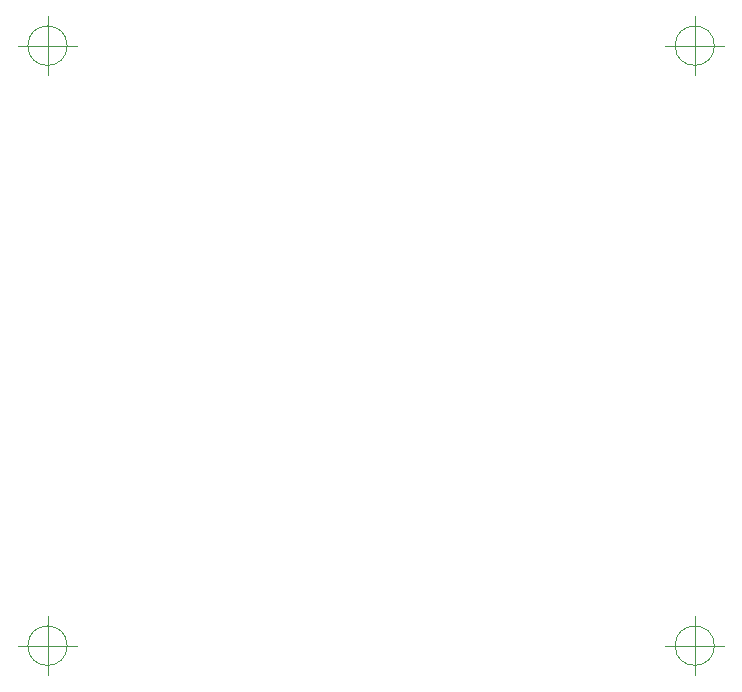
<source format=gbr>
G04 #@! TF.GenerationSoftware,KiCad,Pcbnew,(5.1.2-1)-1*
G04 #@! TF.CreationDate,2019-12-30T17:07:45+01:00*
G04 #@! TF.ProjectId,C64_autofire,4336345f-6175-4746-9f66-6972652e6b69,rev?*
G04 #@! TF.SameCoordinates,Original*
G04 #@! TF.FileFunction,Profile,NP*
%FSLAX46Y46*%
G04 Gerber Fmt 4.6, Leading zero omitted, Abs format (unit mm)*
G04 Created by KiCad (PCBNEW (5.1.2-1)-1) date 2019-12-30 17:07:45*
%MOMM*%
%LPD*%
G04 APERTURE LIST*
%ADD10C,0.050000*%
G04 APERTURE END LIST*
D10*
X42466666Y-79600000D02*
G75*
G03X42466666Y-79600000I-1666666J0D01*
G01*
X38300000Y-79600000D02*
X43300000Y-79600000D01*
X40800000Y-77100000D02*
X40800000Y-82100000D01*
X97266666Y-79600000D02*
G75*
G03X97266666Y-79600000I-1666666J0D01*
G01*
X93100000Y-79600000D02*
X98100000Y-79600000D01*
X95600000Y-77100000D02*
X95600000Y-82100000D01*
X97266666Y-28800000D02*
G75*
G03X97266666Y-28800000I-1666666J0D01*
G01*
X93100000Y-28800000D02*
X98100000Y-28800000D01*
X95600000Y-26300000D02*
X95600000Y-31300000D01*
X42466666Y-28800000D02*
G75*
G03X42466666Y-28800000I-1666666J0D01*
G01*
X38300000Y-28800000D02*
X43300000Y-28800000D01*
X40800000Y-26300000D02*
X40800000Y-31300000D01*
M02*

</source>
